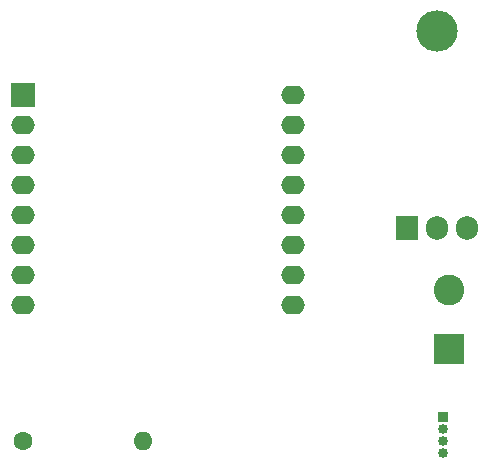
<source format=gts>
G04 #@! TF.GenerationSoftware,KiCad,Pcbnew,8.0.0*
G04 #@! TF.CreationDate,2024-03-17T21:38:32+08:00*
G04 #@! TF.ProjectId,input-nodes,696e7075-742d-46e6-9f64-65732e6b6963,rev?*
G04 #@! TF.SameCoordinates,Original*
G04 #@! TF.FileFunction,Soldermask,Top*
G04 #@! TF.FilePolarity,Negative*
%FSLAX46Y46*%
G04 Gerber Fmt 4.6, Leading zero omitted, Abs format (unit mm)*
G04 Created by KiCad (PCBNEW 8.0.0) date 2024-03-17 21:38:32*
%MOMM*%
%LPD*%
G01*
G04 APERTURE LIST*
%ADD10C,1.600000*%
%ADD11O,1.600000X1.600000*%
%ADD12O,3.500000X3.500000*%
%ADD13R,1.905000X2.000000*%
%ADD14O,1.905000X2.000000*%
%ADD15R,0.850000X0.850000*%
%ADD16O,0.850000X0.850000*%
%ADD17R,2.600000X2.600000*%
%ADD18C,2.600000*%
%ADD19R,2.000000X2.000000*%
%ADD20O,2.000000X1.600000*%
G04 APERTURE END LIST*
D10*
X93950000Y-115260000D03*
D11*
X104110000Y-115260000D03*
D12*
X129030000Y-80590000D03*
D13*
X126490000Y-97250000D03*
D14*
X129030000Y-97250000D03*
X131570000Y-97250000D03*
D15*
X129530000Y-113260000D03*
D16*
X129530000Y-114260000D03*
X129530000Y-115260000D03*
X129530000Y-116260000D03*
D17*
X130030000Y-107455000D03*
D18*
X130030000Y-102455000D03*
D19*
X94000000Y-86000000D03*
D20*
X94000000Y-88540000D03*
X94000000Y-91080000D03*
X94000000Y-93620000D03*
X94000000Y-96160000D03*
X94000000Y-98700000D03*
X94000000Y-101240000D03*
X94000000Y-103780000D03*
X116860000Y-103780000D03*
X116860000Y-101240000D03*
X116860000Y-98700000D03*
X116860000Y-96160000D03*
X116860000Y-93620000D03*
X116860000Y-91080000D03*
X116860000Y-88540000D03*
X116860000Y-86000000D03*
M02*

</source>
